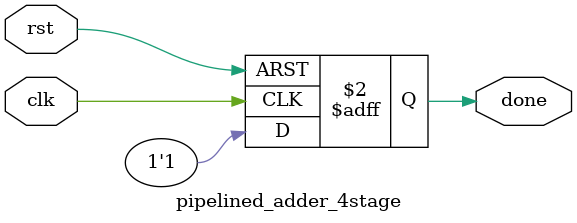
<source format=v>

module pipelined_adder_4stage(input clk, input rst, output reg done);
    always @(posedge clk or posedge rst) begin
        if (rst)
            done <= 0;
        else
            done <= 1;
    end
endmodule

</source>
